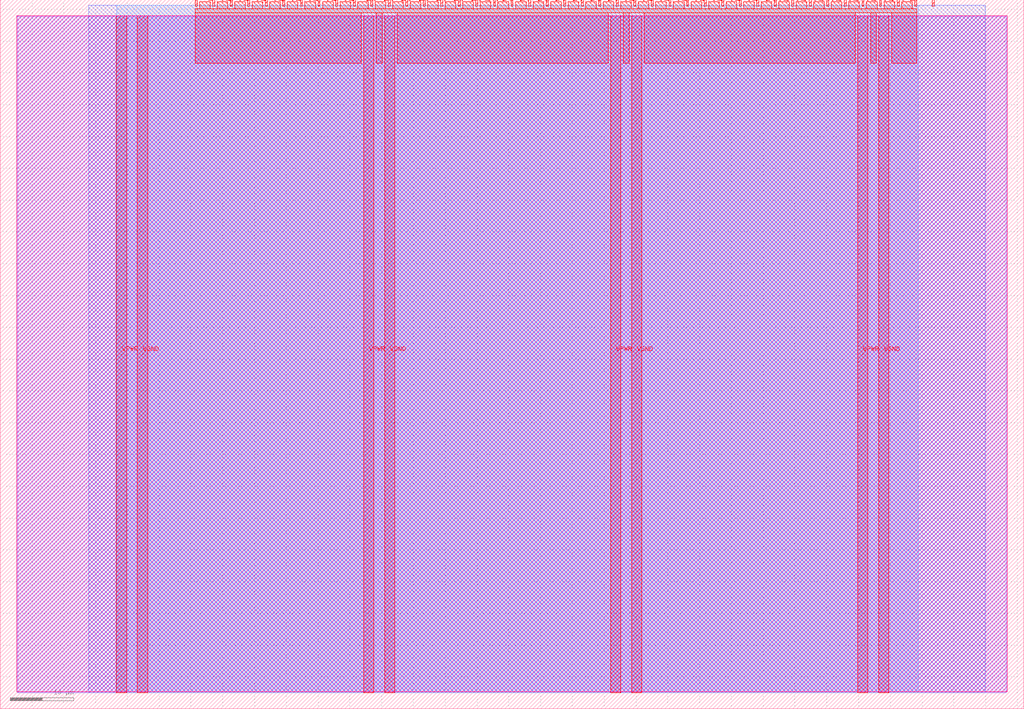
<source format=lef>
VERSION 5.7 ;
  NOWIREEXTENSIONATPIN ON ;
  DIVIDERCHAR "/" ;
  BUSBITCHARS "[]" ;
MACRO tt_um_simon2024_c_element_top
  CLASS BLOCK ;
  FOREIGN tt_um_simon2024_c_element_top ;
  ORIGIN 0.000 0.000 ;
  SIZE 161.000 BY 111.520 ;
  PIN VGND
    DIRECTION INOUT ;
    USE GROUND ;
    PORT
      LAYER met4 ;
        RECT 21.580 2.480 23.180 109.040 ;
    END
    PORT
      LAYER met4 ;
        RECT 60.450 2.480 62.050 109.040 ;
    END
    PORT
      LAYER met4 ;
        RECT 99.320 2.480 100.920 109.040 ;
    END
    PORT
      LAYER met4 ;
        RECT 138.190 2.480 139.790 109.040 ;
    END
  END VGND
  PIN VPWR
    DIRECTION INOUT ;
    USE POWER ;
    PORT
      LAYER met4 ;
        RECT 18.280 2.480 19.880 109.040 ;
    END
    PORT
      LAYER met4 ;
        RECT 57.150 2.480 58.750 109.040 ;
    END
    PORT
      LAYER met4 ;
        RECT 96.020 2.480 97.620 109.040 ;
    END
    PORT
      LAYER met4 ;
        RECT 134.890 2.480 136.490 109.040 ;
    END
  END VPWR
  PIN clk
    DIRECTION INPUT ;
    USE SIGNAL ;
    ANTENNAGATEAREA 0.852000 ;
    PORT
      LAYER met4 ;
        RECT 143.830 110.520 144.130 111.520 ;
    END
  END clk
  PIN ena
    DIRECTION INPUT ;
    USE SIGNAL ;
    PORT
      LAYER met4 ;
        RECT 146.590 110.520 146.890 111.520 ;
    END
  END ena
  PIN rst_n
    DIRECTION INPUT ;
    USE SIGNAL ;
    ANTENNAGATEAREA 0.196500 ;
    PORT
      LAYER met4 ;
        RECT 141.070 110.520 141.370 111.520 ;
    END
  END rst_n
  PIN ui_in[0]
    DIRECTION INPUT ;
    USE SIGNAL ;
    ANTENNAGATEAREA 0.126000 ;
    PORT
      LAYER met4 ;
        RECT 138.310 110.520 138.610 111.520 ;
    END
  END ui_in[0]
  PIN ui_in[1]
    DIRECTION INPUT ;
    USE SIGNAL ;
    ANTENNAGATEAREA 0.196500 ;
    PORT
      LAYER met4 ;
        RECT 135.550 110.520 135.850 111.520 ;
    END
  END ui_in[1]
  PIN ui_in[2]
    DIRECTION INPUT ;
    USE SIGNAL ;
    ANTENNAGATEAREA 0.196500 ;
    PORT
      LAYER met4 ;
        RECT 132.790 110.520 133.090 111.520 ;
    END
  END ui_in[2]
  PIN ui_in[3]
    DIRECTION INPUT ;
    USE SIGNAL ;
    ANTENNAGATEAREA 0.213000 ;
    PORT
      LAYER met4 ;
        RECT 130.030 110.520 130.330 111.520 ;
    END
  END ui_in[3]
  PIN ui_in[4]
    DIRECTION INPUT ;
    USE SIGNAL ;
    ANTENNAGATEAREA 0.196500 ;
    PORT
      LAYER met4 ;
        RECT 127.270 110.520 127.570 111.520 ;
    END
  END ui_in[4]
  PIN ui_in[5]
    DIRECTION INPUT ;
    USE SIGNAL ;
    PORT
      LAYER met4 ;
        RECT 124.510 110.520 124.810 111.520 ;
    END
  END ui_in[5]
  PIN ui_in[6]
    DIRECTION INPUT ;
    USE SIGNAL ;
    ANTENNAGATEAREA 0.196500 ;
    PORT
      LAYER met4 ;
        RECT 121.750 110.520 122.050 111.520 ;
    END
  END ui_in[6]
  PIN ui_in[7]
    DIRECTION INPUT ;
    USE SIGNAL ;
    ANTENNAGATEAREA 0.159000 ;
    PORT
      LAYER met4 ;
        RECT 118.990 110.520 119.290 111.520 ;
    END
  END ui_in[7]
  PIN uio_in[0]
    DIRECTION INPUT ;
    USE SIGNAL ;
    PORT
      LAYER met4 ;
        RECT 116.230 110.520 116.530 111.520 ;
    END
  END uio_in[0]
  PIN uio_in[1]
    DIRECTION INPUT ;
    USE SIGNAL ;
    PORT
      LAYER met4 ;
        RECT 113.470 110.520 113.770 111.520 ;
    END
  END uio_in[1]
  PIN uio_in[2]
    DIRECTION INPUT ;
    USE SIGNAL ;
    PORT
      LAYER met4 ;
        RECT 110.710 110.520 111.010 111.520 ;
    END
  END uio_in[2]
  PIN uio_in[3]
    DIRECTION INPUT ;
    USE SIGNAL ;
    PORT
      LAYER met4 ;
        RECT 107.950 110.520 108.250 111.520 ;
    END
  END uio_in[3]
  PIN uio_in[4]
    DIRECTION INPUT ;
    USE SIGNAL ;
    PORT
      LAYER met4 ;
        RECT 105.190 110.520 105.490 111.520 ;
    END
  END uio_in[4]
  PIN uio_in[5]
    DIRECTION INPUT ;
    USE SIGNAL ;
    PORT
      LAYER met4 ;
        RECT 102.430 110.520 102.730 111.520 ;
    END
  END uio_in[5]
  PIN uio_in[6]
    DIRECTION INPUT ;
    USE SIGNAL ;
    PORT
      LAYER met4 ;
        RECT 99.670 110.520 99.970 111.520 ;
    END
  END uio_in[6]
  PIN uio_in[7]
    DIRECTION INPUT ;
    USE SIGNAL ;
    PORT
      LAYER met4 ;
        RECT 96.910 110.520 97.210 111.520 ;
    END
  END uio_in[7]
  PIN uio_oe[0]
    DIRECTION OUTPUT ;
    USE SIGNAL ;
    PORT
      LAYER met4 ;
        RECT 49.990 110.520 50.290 111.520 ;
    END
  END uio_oe[0]
  PIN uio_oe[1]
    DIRECTION OUTPUT ;
    USE SIGNAL ;
    PORT
      LAYER met4 ;
        RECT 47.230 110.520 47.530 111.520 ;
    END
  END uio_oe[1]
  PIN uio_oe[2]
    DIRECTION OUTPUT ;
    USE SIGNAL ;
    PORT
      LAYER met4 ;
        RECT 44.470 110.520 44.770 111.520 ;
    END
  END uio_oe[2]
  PIN uio_oe[3]
    DIRECTION OUTPUT ;
    USE SIGNAL ;
    PORT
      LAYER met4 ;
        RECT 41.710 110.520 42.010 111.520 ;
    END
  END uio_oe[3]
  PIN uio_oe[4]
    DIRECTION OUTPUT ;
    USE SIGNAL ;
    PORT
      LAYER met4 ;
        RECT 38.950 110.520 39.250 111.520 ;
    END
  END uio_oe[4]
  PIN uio_oe[5]
    DIRECTION OUTPUT ;
    USE SIGNAL ;
    PORT
      LAYER met4 ;
        RECT 36.190 110.520 36.490 111.520 ;
    END
  END uio_oe[5]
  PIN uio_oe[6]
    DIRECTION OUTPUT ;
    USE SIGNAL ;
    PORT
      LAYER met4 ;
        RECT 33.430 110.520 33.730 111.520 ;
    END
  END uio_oe[6]
  PIN uio_oe[7]
    DIRECTION OUTPUT ;
    USE SIGNAL ;
    PORT
      LAYER met4 ;
        RECT 30.670 110.520 30.970 111.520 ;
    END
  END uio_oe[7]
  PIN uio_out[0]
    DIRECTION OUTPUT ;
    USE SIGNAL ;
    ANTENNADIFFAREA 0.891000 ;
    PORT
      LAYER met4 ;
        RECT 72.070 110.520 72.370 111.520 ;
    END
  END uio_out[0]
  PIN uio_out[1]
    DIRECTION OUTPUT ;
    USE SIGNAL ;
    ANTENNADIFFAREA 0.891000 ;
    PORT
      LAYER met4 ;
        RECT 69.310 110.520 69.610 111.520 ;
    END
  END uio_out[1]
  PIN uio_out[2]
    DIRECTION OUTPUT ;
    USE SIGNAL ;
    ANTENNADIFFAREA 0.891000 ;
    PORT
      LAYER met4 ;
        RECT 66.550 110.520 66.850 111.520 ;
    END
  END uio_out[2]
  PIN uio_out[3]
    DIRECTION OUTPUT ;
    USE SIGNAL ;
    ANTENNADIFFAREA 0.891000 ;
    PORT
      LAYER met4 ;
        RECT 63.790 110.520 64.090 111.520 ;
    END
  END uio_out[3]
  PIN uio_out[4]
    DIRECTION OUTPUT ;
    USE SIGNAL ;
    ANTENNADIFFAREA 0.891000 ;
    PORT
      LAYER met4 ;
        RECT 61.030 110.520 61.330 111.520 ;
    END
  END uio_out[4]
  PIN uio_out[5]
    DIRECTION OUTPUT ;
    USE SIGNAL ;
    ANTENNADIFFAREA 0.891000 ;
    PORT
      LAYER met4 ;
        RECT 58.270 110.520 58.570 111.520 ;
    END
  END uio_out[5]
  PIN uio_out[6]
    DIRECTION OUTPUT ;
    USE SIGNAL ;
    ANTENNADIFFAREA 0.891000 ;
    PORT
      LAYER met4 ;
        RECT 55.510 110.520 55.810 111.520 ;
    END
  END uio_out[6]
  PIN uio_out[7]
    DIRECTION OUTPUT ;
    USE SIGNAL ;
    ANTENNADIFFAREA 0.891000 ;
    PORT
      LAYER met4 ;
        RECT 52.750 110.520 53.050 111.520 ;
    END
  END uio_out[7]
  PIN uo_out[0]
    DIRECTION OUTPUT ;
    USE SIGNAL ;
    ANTENNADIFFAREA 0.445500 ;
    PORT
      LAYER met4 ;
        RECT 94.150 110.520 94.450 111.520 ;
    END
  END uo_out[0]
  PIN uo_out[1]
    DIRECTION OUTPUT ;
    USE SIGNAL ;
    PORT
      LAYER met4 ;
        RECT 91.390 110.520 91.690 111.520 ;
    END
  END uo_out[1]
  PIN uo_out[2]
    DIRECTION OUTPUT ;
    USE SIGNAL ;
    PORT
      LAYER met4 ;
        RECT 88.630 110.520 88.930 111.520 ;
    END
  END uo_out[2]
  PIN uo_out[3]
    DIRECTION OUTPUT ;
    USE SIGNAL ;
    ANTENNADIFFAREA 0.445500 ;
    PORT
      LAYER met4 ;
        RECT 85.870 110.520 86.170 111.520 ;
    END
  END uo_out[3]
  PIN uo_out[4]
    DIRECTION OUTPUT ;
    USE SIGNAL ;
    ANTENNAGATEAREA 0.172000 ;
    ANTENNADIFFAREA 0.374400 ;
    PORT
      LAYER met4 ;
        RECT 83.110 110.520 83.410 111.520 ;
    END
  END uo_out[4]
  PIN uo_out[5]
    DIRECTION OUTPUT ;
    USE SIGNAL ;
    PORT
      LAYER met4 ;
        RECT 80.350 110.520 80.650 111.520 ;
    END
  END uo_out[5]
  PIN uo_out[6]
    DIRECTION OUTPUT ;
    USE SIGNAL ;
    PORT
      LAYER met4 ;
        RECT 77.590 110.520 77.890 111.520 ;
    END
  END uo_out[6]
  PIN uo_out[7]
    DIRECTION OUTPUT ;
    USE SIGNAL ;
    PORT
      LAYER met4 ;
        RECT 74.830 110.520 75.130 111.520 ;
    END
  END uo_out[7]
  OBS
      LAYER nwell ;
        RECT 2.570 2.635 158.430 108.990 ;
      LAYER li1 ;
        RECT 2.760 2.635 158.240 108.885 ;
      LAYER met1 ;
        RECT 2.760 2.480 158.240 109.040 ;
      LAYER met2 ;
        RECT 13.900 2.535 154.920 110.685 ;
      LAYER met3 ;
        RECT 18.290 2.555 144.375 110.665 ;
      LAYER met4 ;
        RECT 31.370 110.120 33.030 111.170 ;
        RECT 34.130 110.120 35.790 111.170 ;
        RECT 36.890 110.120 38.550 111.170 ;
        RECT 39.650 110.120 41.310 111.170 ;
        RECT 42.410 110.120 44.070 111.170 ;
        RECT 45.170 110.120 46.830 111.170 ;
        RECT 47.930 110.120 49.590 111.170 ;
        RECT 50.690 110.120 52.350 111.170 ;
        RECT 53.450 110.120 55.110 111.170 ;
        RECT 56.210 110.120 57.870 111.170 ;
        RECT 58.970 110.120 60.630 111.170 ;
        RECT 61.730 110.120 63.390 111.170 ;
        RECT 64.490 110.120 66.150 111.170 ;
        RECT 67.250 110.120 68.910 111.170 ;
        RECT 70.010 110.120 71.670 111.170 ;
        RECT 72.770 110.120 74.430 111.170 ;
        RECT 75.530 110.120 77.190 111.170 ;
        RECT 78.290 110.120 79.950 111.170 ;
        RECT 81.050 110.120 82.710 111.170 ;
        RECT 83.810 110.120 85.470 111.170 ;
        RECT 86.570 110.120 88.230 111.170 ;
        RECT 89.330 110.120 90.990 111.170 ;
        RECT 92.090 110.120 93.750 111.170 ;
        RECT 94.850 110.120 96.510 111.170 ;
        RECT 97.610 110.120 99.270 111.170 ;
        RECT 100.370 110.120 102.030 111.170 ;
        RECT 103.130 110.120 104.790 111.170 ;
        RECT 105.890 110.120 107.550 111.170 ;
        RECT 108.650 110.120 110.310 111.170 ;
        RECT 111.410 110.120 113.070 111.170 ;
        RECT 114.170 110.120 115.830 111.170 ;
        RECT 116.930 110.120 118.590 111.170 ;
        RECT 119.690 110.120 121.350 111.170 ;
        RECT 122.450 110.120 124.110 111.170 ;
        RECT 125.210 110.120 126.870 111.170 ;
        RECT 127.970 110.120 129.630 111.170 ;
        RECT 130.730 110.120 132.390 111.170 ;
        RECT 133.490 110.120 135.150 111.170 ;
        RECT 136.250 110.120 137.910 111.170 ;
        RECT 139.010 110.120 140.670 111.170 ;
        RECT 141.770 110.120 143.430 111.170 ;
        RECT 30.655 109.440 144.145 110.120 ;
        RECT 30.655 101.495 56.750 109.440 ;
        RECT 59.150 101.495 60.050 109.440 ;
        RECT 62.450 101.495 95.620 109.440 ;
        RECT 98.020 101.495 98.920 109.440 ;
        RECT 101.320 101.495 134.490 109.440 ;
        RECT 136.890 101.495 137.790 109.440 ;
        RECT 140.190 101.495 144.145 109.440 ;
  END
END tt_um_simon2024_c_element_top
END LIBRARY


</source>
